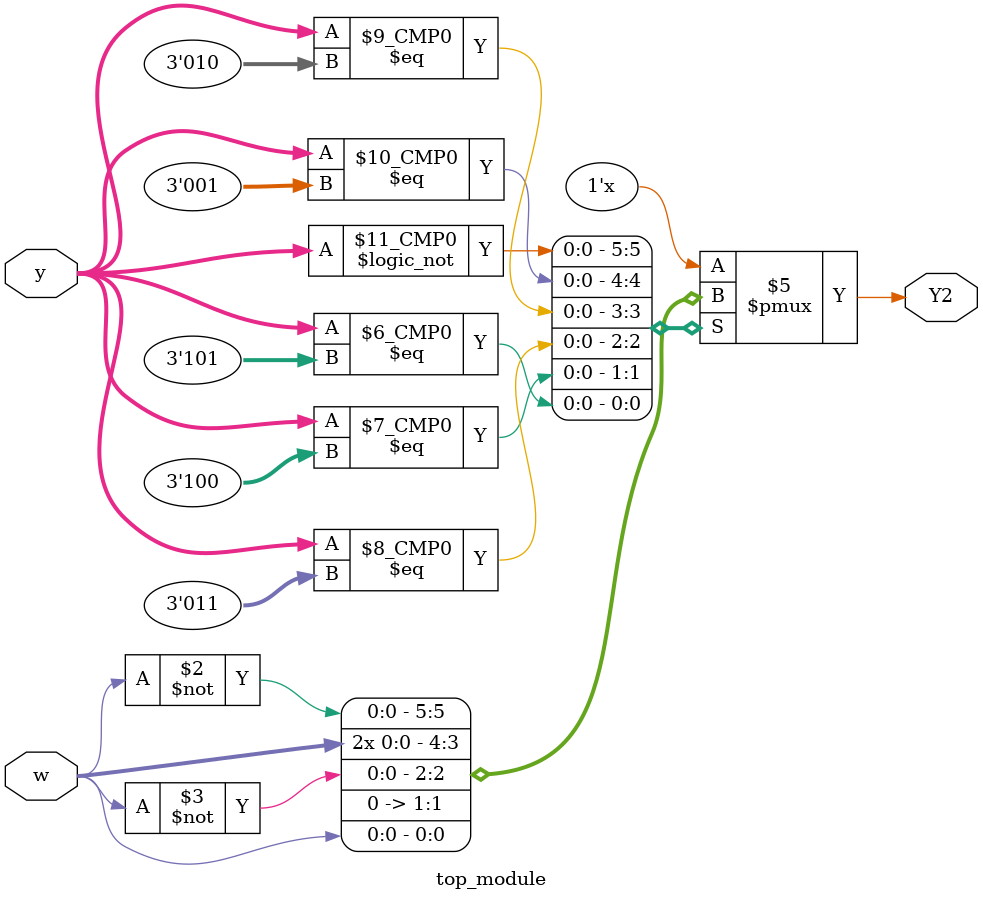
<source format=sv>
module top_module(
    input [3:1] y,
    input w,
    output reg Y2
);

always @(*) begin
    case (y)
        3'b000: // State A
            Y2 = ~w;
        3'b001: // State B
            Y2 = w;
        3'b010: // State C
            Y2 = w;
        3'b011: // State D
            Y2 = ~w;
        3'b100: // State E
            Y2 = 1'b0;
        3'b101: // State F
            Y2 = w;
        default:
            Y2 = 1'bx;
    endcase
end

endmodule

</source>
